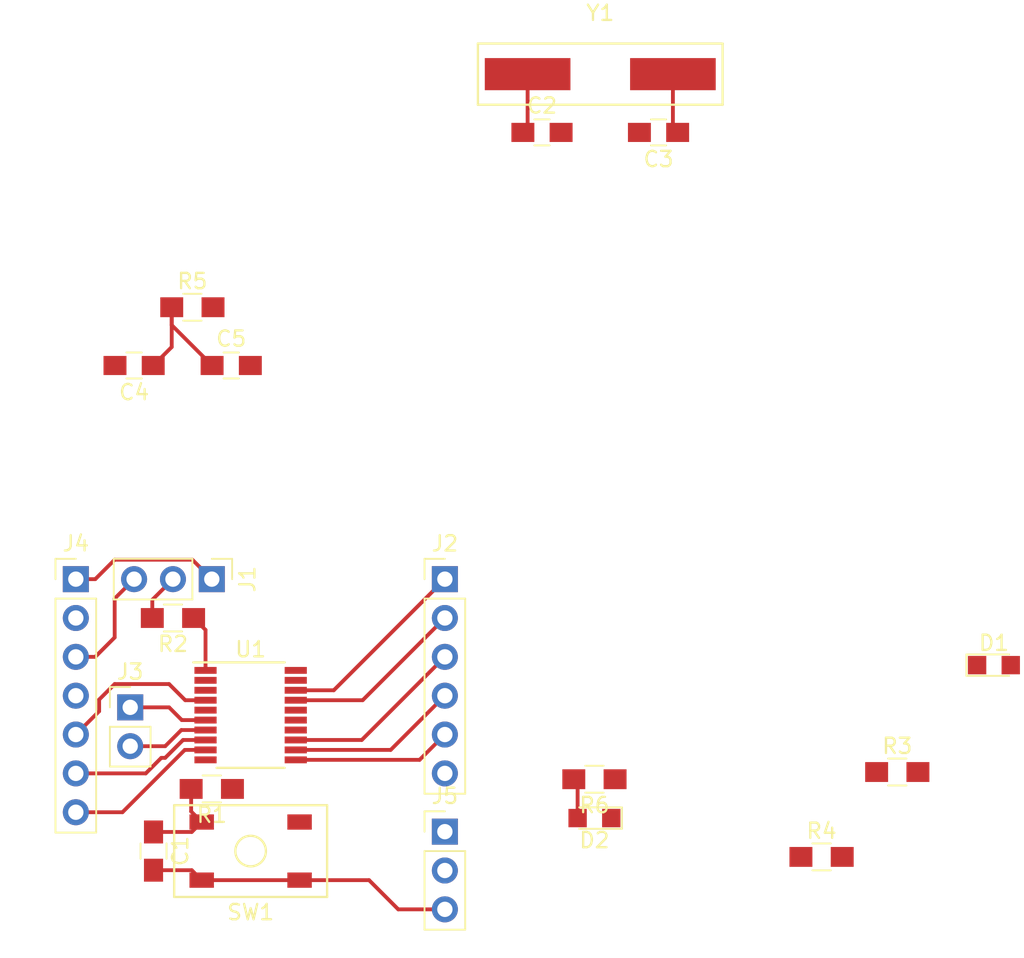
<source format=kicad_pcb>
(kicad_pcb (version 4) (host pcbnew 4.0.6)

  (general
    (links 48)
    (no_connects 24)
    (area 0 0 0 0)
    (thickness 1.6)
    (drawings 0)
    (tracks 62)
    (zones 0)
    (modules 21)
    (nets 26)
  )

  (page A4)
  (layers
    (0 F.Cu signal)
    (31 B.Cu signal)
    (32 B.Adhes user)
    (33 F.Adhes user)
    (34 B.Paste user)
    (35 F.Paste user)
    (36 B.SilkS user)
    (37 F.SilkS user)
    (38 B.Mask user)
    (39 F.Mask user)
    (40 Dwgs.User user)
    (41 Cmts.User user)
    (42 Eco1.User user)
    (43 Eco2.User user)
    (44 Edge.Cuts user)
    (45 Margin user)
    (46 B.CrtYd user)
    (47 F.CrtYd user)
    (48 B.Fab user)
    (49 F.Fab user)
  )

  (setup
    (last_trace_width 0.25)
    (trace_clearance 0.2)
    (zone_clearance 0.508)
    (zone_45_only no)
    (trace_min 0.2)
    (segment_width 0.2)
    (edge_width 0.15)
    (via_size 0.6)
    (via_drill 0.4)
    (via_min_size 0.4)
    (via_min_drill 0.3)
    (uvia_size 0.3)
    (uvia_drill 0.1)
    (uvias_allowed no)
    (uvia_min_size 0.2)
    (uvia_min_drill 0.1)
    (pcb_text_width 0.3)
    (pcb_text_size 1.5 1.5)
    (mod_edge_width 0.15)
    (mod_text_size 0.5 0.5)
    (mod_text_width 0.075)
    (pad_size 1.524 1.524)
    (pad_drill 0.762)
    (pad_to_mask_clearance 0.2)
    (aux_axis_origin 0 0)
    (visible_elements FFFFFF7F)
    (pcbplotparams
      (layerselection 0x00030_80000001)
      (usegerberextensions false)
      (excludeedgelayer true)
      (linewidth 0.100000)
      (plotframeref false)
      (viasonmask false)
      (mode 1)
      (useauxorigin false)
      (hpglpennumber 1)
      (hpglpenspeed 20)
      (hpglpendiameter 15)
      (hpglpenoverlay 2)
      (psnegative false)
      (psa4output false)
      (plotreference true)
      (plotvalue true)
      (plotinvisibletext false)
      (padsonsilk false)
      (subtractmaskfromsilk false)
      (outputformat 1)
      (mirror false)
      (drillshape 1)
      (scaleselection 1)
      (outputdirectory ""))
  )

  (net 0 "")
  (net 1 "Net-(C1-Pad1)")
  (net 2 GND)
  (net 3 "Net-(C2-Pad1)")
  (net 4 "Net-(C3-Pad1)")
  (net 5 +3V3)
  (net 6 "Net-(D1-Pad2)")
  (net 7 "Net-(D2-Pad2)")
  (net 8 "Net-(J1-Pad2)")
  (net 9 /PA4)
  (net 10 "Net-(J3-Pad1)")
  (net 11 "Net-(J3-Pad2)")
  (net 12 /SWCLK)
  (net 13 /SWDIO)
  (net 14 /NRST)
  (net 15 /TX)
  (net 16 /RX)
  (net 17 /IR_SIGNAL)
  (net 18 /BOOT0)
  (net 19 "Net-(R3-Pad1)")
  (net 20 "Net-(R5-Pad2)")
  (net 21 /PA10)
  (net 22 /PA9)
  (net 23 /PA7)
  (net 24 /PA6)
  (net 25 /PA5)

  (net_class Default "This is the default net class."
    (clearance 0.2)
    (trace_width 0.25)
    (via_dia 0.6)
    (via_drill 0.4)
    (uvia_dia 0.3)
    (uvia_drill 0.1)
    (add_net +3V3)
    (add_net /BOOT0)
    (add_net /IR_SIGNAL)
    (add_net /NRST)
    (add_net /PA10)
    (add_net /PA4)
    (add_net /PA5)
    (add_net /PA6)
    (add_net /PA7)
    (add_net /PA9)
    (add_net /RX)
    (add_net /SWCLK)
    (add_net /SWDIO)
    (add_net /TX)
    (add_net GND)
    (add_net "Net-(C1-Pad1)")
    (add_net "Net-(C2-Pad1)")
    (add_net "Net-(C3-Pad1)")
    (add_net "Net-(D1-Pad2)")
    (add_net "Net-(D2-Pad2)")
    (add_net "Net-(J1-Pad2)")
    (add_net "Net-(J3-Pad1)")
    (add_net "Net-(J3-Pad2)")
    (add_net "Net-(R3-Pad1)")
    (add_net "Net-(R5-Pad2)")
  )

  (module Capacitors_SMD:C_0805_HandSoldering (layer F.Cu) (tedit 58AA84A8) (tstamp 594F4C8C)
    (at 119.38 106.68 270)
    (descr "Capacitor SMD 0805, hand soldering")
    (tags "capacitor 0805")
    (path /592A4D64)
    (attr smd)
    (fp_text reference C1 (at 0 -1.75 270) (layer F.SilkS)
      (effects (font (size 1 1) (thickness 0.15)))
    )
    (fp_text value 100nF (at 0 1.75 270) (layer F.Fab)
      (effects (font (size 1 1) (thickness 0.15)))
    )
    (fp_text user %R (at 0 -1.75 270) (layer F.Fab)
      (effects (font (size 1 1) (thickness 0.15)))
    )
    (fp_line (start -1 0.62) (end -1 -0.62) (layer F.Fab) (width 0.1))
    (fp_line (start 1 0.62) (end -1 0.62) (layer F.Fab) (width 0.1))
    (fp_line (start 1 -0.62) (end 1 0.62) (layer F.Fab) (width 0.1))
    (fp_line (start -1 -0.62) (end 1 -0.62) (layer F.Fab) (width 0.1))
    (fp_line (start 0.5 -0.85) (end -0.5 -0.85) (layer F.SilkS) (width 0.12))
    (fp_line (start -0.5 0.85) (end 0.5 0.85) (layer F.SilkS) (width 0.12))
    (fp_line (start -2.25 -0.88) (end 2.25 -0.88) (layer F.CrtYd) (width 0.05))
    (fp_line (start -2.25 -0.88) (end -2.25 0.87) (layer F.CrtYd) (width 0.05))
    (fp_line (start 2.25 0.87) (end 2.25 -0.88) (layer F.CrtYd) (width 0.05))
    (fp_line (start 2.25 0.87) (end -2.25 0.87) (layer F.CrtYd) (width 0.05))
    (pad 1 smd rect (at -1.25 0 270) (size 1.5 1.25) (layers F.Cu F.Paste F.Mask)
      (net 1 "Net-(C1-Pad1)"))
    (pad 2 smd rect (at 1.25 0 270) (size 1.5 1.25) (layers F.Cu F.Paste F.Mask)
      (net 2 GND))
    (model Capacitors_SMD.3dshapes/C_0805.wrl
      (at (xyz 0 0 0))
      (scale (xyz 1 1 1))
      (rotate (xyz 0 0 0))
    )
  )

  (module Capacitors_SMD:C_0805_HandSoldering (layer F.Cu) (tedit 58AA84A8) (tstamp 594F4C92)
    (at 144.78 59.69)
    (descr "Capacitor SMD 0805, hand soldering")
    (tags "capacitor 0805")
    (path /59252063)
    (attr smd)
    (fp_text reference C2 (at 0 -1.75) (layer F.SilkS)
      (effects (font (size 1 1) (thickness 0.15)))
    )
    (fp_text value 20pF (at 0 1.75) (layer F.Fab)
      (effects (font (size 1 1) (thickness 0.15)))
    )
    (fp_text user %R (at 0 -1.75) (layer F.Fab)
      (effects (font (size 1 1) (thickness 0.15)))
    )
    (fp_line (start -1 0.62) (end -1 -0.62) (layer F.Fab) (width 0.1))
    (fp_line (start 1 0.62) (end -1 0.62) (layer F.Fab) (width 0.1))
    (fp_line (start 1 -0.62) (end 1 0.62) (layer F.Fab) (width 0.1))
    (fp_line (start -1 -0.62) (end 1 -0.62) (layer F.Fab) (width 0.1))
    (fp_line (start 0.5 -0.85) (end -0.5 -0.85) (layer F.SilkS) (width 0.12))
    (fp_line (start -0.5 0.85) (end 0.5 0.85) (layer F.SilkS) (width 0.12))
    (fp_line (start -2.25 -0.88) (end 2.25 -0.88) (layer F.CrtYd) (width 0.05))
    (fp_line (start -2.25 -0.88) (end -2.25 0.87) (layer F.CrtYd) (width 0.05))
    (fp_line (start 2.25 0.87) (end 2.25 -0.88) (layer F.CrtYd) (width 0.05))
    (fp_line (start 2.25 0.87) (end -2.25 0.87) (layer F.CrtYd) (width 0.05))
    (pad 1 smd rect (at -1.25 0) (size 1.5 1.25) (layers F.Cu F.Paste F.Mask)
      (net 3 "Net-(C2-Pad1)"))
    (pad 2 smd rect (at 1.25 0) (size 1.5 1.25) (layers F.Cu F.Paste F.Mask)
      (net 2 GND))
    (model Capacitors_SMD.3dshapes/C_0805.wrl
      (at (xyz 0 0 0))
      (scale (xyz 1 1 1))
      (rotate (xyz 0 0 0))
    )
  )

  (module Capacitors_SMD:C_0805_HandSoldering (layer F.Cu) (tedit 58AA84A8) (tstamp 594F4C98)
    (at 152.4 59.69 180)
    (descr "Capacitor SMD 0805, hand soldering")
    (tags "capacitor 0805")
    (path /592520BE)
    (attr smd)
    (fp_text reference C3 (at 0 -1.75 180) (layer F.SilkS)
      (effects (font (size 1 1) (thickness 0.15)))
    )
    (fp_text value 20pF (at 0 1.75 180) (layer F.Fab)
      (effects (font (size 1 1) (thickness 0.15)))
    )
    (fp_text user %R (at 0 -1.75 180) (layer F.Fab)
      (effects (font (size 1 1) (thickness 0.15)))
    )
    (fp_line (start -1 0.62) (end -1 -0.62) (layer F.Fab) (width 0.1))
    (fp_line (start 1 0.62) (end -1 0.62) (layer F.Fab) (width 0.1))
    (fp_line (start 1 -0.62) (end 1 0.62) (layer F.Fab) (width 0.1))
    (fp_line (start -1 -0.62) (end 1 -0.62) (layer F.Fab) (width 0.1))
    (fp_line (start 0.5 -0.85) (end -0.5 -0.85) (layer F.SilkS) (width 0.12))
    (fp_line (start -0.5 0.85) (end 0.5 0.85) (layer F.SilkS) (width 0.12))
    (fp_line (start -2.25 -0.88) (end 2.25 -0.88) (layer F.CrtYd) (width 0.05))
    (fp_line (start -2.25 -0.88) (end -2.25 0.87) (layer F.CrtYd) (width 0.05))
    (fp_line (start 2.25 0.87) (end 2.25 -0.88) (layer F.CrtYd) (width 0.05))
    (fp_line (start 2.25 0.87) (end -2.25 0.87) (layer F.CrtYd) (width 0.05))
    (pad 1 smd rect (at -1.25 0 180) (size 1.5 1.25) (layers F.Cu F.Paste F.Mask)
      (net 4 "Net-(C3-Pad1)"))
    (pad 2 smd rect (at 1.25 0 180) (size 1.5 1.25) (layers F.Cu F.Paste F.Mask)
      (net 2 GND))
    (model Capacitors_SMD.3dshapes/C_0805.wrl
      (at (xyz 0 0 0))
      (scale (xyz 1 1 1))
      (rotate (xyz 0 0 0))
    )
  )

  (module Capacitors_SMD:C_0805_HandSoldering (layer F.Cu) (tedit 58AA84A8) (tstamp 594F4C9E)
    (at 118.11 74.93 180)
    (descr "Capacitor SMD 0805, hand soldering")
    (tags "capacitor 0805")
    (path /5929A34D)
    (attr smd)
    (fp_text reference C4 (at 0 -1.75 180) (layer F.SilkS)
      (effects (font (size 1 1) (thickness 0.15)))
    )
    (fp_text value 1uF (at 0 1.75 180) (layer F.Fab)
      (effects (font (size 1 1) (thickness 0.15)))
    )
    (fp_text user %R (at 0 -1.75 180) (layer F.Fab)
      (effects (font (size 1 1) (thickness 0.15)))
    )
    (fp_line (start -1 0.62) (end -1 -0.62) (layer F.Fab) (width 0.1))
    (fp_line (start 1 0.62) (end -1 0.62) (layer F.Fab) (width 0.1))
    (fp_line (start 1 -0.62) (end 1 0.62) (layer F.Fab) (width 0.1))
    (fp_line (start -1 -0.62) (end 1 -0.62) (layer F.Fab) (width 0.1))
    (fp_line (start 0.5 -0.85) (end -0.5 -0.85) (layer F.SilkS) (width 0.12))
    (fp_line (start -0.5 0.85) (end 0.5 0.85) (layer F.SilkS) (width 0.12))
    (fp_line (start -2.25 -0.88) (end 2.25 -0.88) (layer F.CrtYd) (width 0.05))
    (fp_line (start -2.25 -0.88) (end -2.25 0.87) (layer F.CrtYd) (width 0.05))
    (fp_line (start 2.25 0.87) (end 2.25 -0.88) (layer F.CrtYd) (width 0.05))
    (fp_line (start 2.25 0.87) (end -2.25 0.87) (layer F.CrtYd) (width 0.05))
    (pad 1 smd rect (at -1.25 0 180) (size 1.5 1.25) (layers F.Cu F.Paste F.Mask)
      (net 5 +3V3))
    (pad 2 smd rect (at 1.25 0 180) (size 1.5 1.25) (layers F.Cu F.Paste F.Mask)
      (net 2 GND))
    (model Capacitors_SMD.3dshapes/C_0805.wrl
      (at (xyz 0 0 0))
      (scale (xyz 1 1 1))
      (rotate (xyz 0 0 0))
    )
  )

  (module Capacitors_SMD:C_0805_HandSoldering (layer F.Cu) (tedit 58AA84A8) (tstamp 594F4CA4)
    (at 124.46 74.93)
    (descr "Capacitor SMD 0805, hand soldering")
    (tags "capacitor 0805")
    (path /5929A23D)
    (attr smd)
    (fp_text reference C5 (at 0 -1.75) (layer F.SilkS)
      (effects (font (size 1 1) (thickness 0.15)))
    )
    (fp_text value 10nF (at 0 1.75) (layer F.Fab)
      (effects (font (size 1 1) (thickness 0.15)))
    )
    (fp_text user %R (at 0 -1.75) (layer F.Fab)
      (effects (font (size 1 1) (thickness 0.15)))
    )
    (fp_line (start -1 0.62) (end -1 -0.62) (layer F.Fab) (width 0.1))
    (fp_line (start 1 0.62) (end -1 0.62) (layer F.Fab) (width 0.1))
    (fp_line (start 1 -0.62) (end 1 0.62) (layer F.Fab) (width 0.1))
    (fp_line (start -1 -0.62) (end 1 -0.62) (layer F.Fab) (width 0.1))
    (fp_line (start 0.5 -0.85) (end -0.5 -0.85) (layer F.SilkS) (width 0.12))
    (fp_line (start -0.5 0.85) (end 0.5 0.85) (layer F.SilkS) (width 0.12))
    (fp_line (start -2.25 -0.88) (end 2.25 -0.88) (layer F.CrtYd) (width 0.05))
    (fp_line (start -2.25 -0.88) (end -2.25 0.87) (layer F.CrtYd) (width 0.05))
    (fp_line (start 2.25 0.87) (end 2.25 -0.88) (layer F.CrtYd) (width 0.05))
    (fp_line (start 2.25 0.87) (end -2.25 0.87) (layer F.CrtYd) (width 0.05))
    (pad 1 smd rect (at -1.25 0) (size 1.5 1.25) (layers F.Cu F.Paste F.Mask)
      (net 5 +3V3))
    (pad 2 smd rect (at 1.25 0) (size 1.5 1.25) (layers F.Cu F.Paste F.Mask)
      (net 2 GND))
    (model Capacitors_SMD.3dshapes/C_0805.wrl
      (at (xyz 0 0 0))
      (scale (xyz 1 1 1))
      (rotate (xyz 0 0 0))
    )
  )

  (module LEDs:LED_0805 (layer F.Cu) (tedit 57FE93EC) (tstamp 594F4CAA)
    (at 174.330201 94.5208)
    (descr "LED 0805 smd package")
    (tags "LED led 0805 SMD smd SMT smt smdled SMDLED smtled SMTLED")
    (path /594DDF53)
    (attr smd)
    (fp_text reference D1 (at 0 -1.45) (layer F.SilkS)
      (effects (font (size 1 1) (thickness 0.15)))
    )
    (fp_text value LED (at 0 1.55) (layer F.Fab)
      (effects (font (size 1 1) (thickness 0.15)))
    )
    (fp_line (start -1.8 -0.7) (end -1.8 0.7) (layer F.SilkS) (width 0.12))
    (fp_line (start -0.4 -0.4) (end -0.4 0.4) (layer F.Fab) (width 0.1))
    (fp_line (start -0.4 0) (end 0.2 -0.4) (layer F.Fab) (width 0.1))
    (fp_line (start 0.2 0.4) (end -0.4 0) (layer F.Fab) (width 0.1))
    (fp_line (start 0.2 -0.4) (end 0.2 0.4) (layer F.Fab) (width 0.1))
    (fp_line (start 1 0.6) (end -1 0.6) (layer F.Fab) (width 0.1))
    (fp_line (start 1 -0.6) (end 1 0.6) (layer F.Fab) (width 0.1))
    (fp_line (start -1 -0.6) (end 1 -0.6) (layer F.Fab) (width 0.1))
    (fp_line (start -1 0.6) (end -1 -0.6) (layer F.Fab) (width 0.1))
    (fp_line (start -1.8 0.7) (end 1 0.7) (layer F.SilkS) (width 0.12))
    (fp_line (start -1.8 -0.7) (end 1 -0.7) (layer F.SilkS) (width 0.12))
    (fp_line (start 1.95 -0.85) (end 1.95 0.85) (layer F.CrtYd) (width 0.05))
    (fp_line (start 1.95 0.85) (end -1.95 0.85) (layer F.CrtYd) (width 0.05))
    (fp_line (start -1.95 0.85) (end -1.95 -0.85) (layer F.CrtYd) (width 0.05))
    (fp_line (start -1.95 -0.85) (end 1.95 -0.85) (layer F.CrtYd) (width 0.05))
    (pad 2 smd rect (at 1.1 0 180) (size 1.2 1.2) (layers F.Cu F.Paste F.Mask)
      (net 6 "Net-(D1-Pad2)"))
    (pad 1 smd rect (at -1.1 0 180) (size 1.2 1.2) (layers F.Cu F.Paste F.Mask)
      (net 2 GND))
    (model LEDs.3dshapes/LED_0805.wrl
      (at (xyz 0 0 0))
      (scale (xyz 1 1 1))
      (rotate (xyz 0 0 180))
    )
  )

  (module LEDs:LED_0805 (layer F.Cu) (tedit 57FE93EC) (tstamp 594F4CB0)
    (at 148.209 104.521 180)
    (descr "LED 0805 smd package")
    (tags "LED led 0805 SMD smd SMT smt smdled SMDLED smtled SMTLED")
    (path /594E28B5)
    (attr smd)
    (fp_text reference D2 (at 0 -1.45 180) (layer F.SilkS)
      (effects (font (size 1 1) (thickness 0.15)))
    )
    (fp_text value LED (at 0 1.55 180) (layer F.Fab)
      (effects (font (size 1 1) (thickness 0.15)))
    )
    (fp_line (start -1.8 -0.7) (end -1.8 0.7) (layer F.SilkS) (width 0.12))
    (fp_line (start -0.4 -0.4) (end -0.4 0.4) (layer F.Fab) (width 0.1))
    (fp_line (start -0.4 0) (end 0.2 -0.4) (layer F.Fab) (width 0.1))
    (fp_line (start 0.2 0.4) (end -0.4 0) (layer F.Fab) (width 0.1))
    (fp_line (start 0.2 -0.4) (end 0.2 0.4) (layer F.Fab) (width 0.1))
    (fp_line (start 1 0.6) (end -1 0.6) (layer F.Fab) (width 0.1))
    (fp_line (start 1 -0.6) (end 1 0.6) (layer F.Fab) (width 0.1))
    (fp_line (start -1 -0.6) (end 1 -0.6) (layer F.Fab) (width 0.1))
    (fp_line (start -1 0.6) (end -1 -0.6) (layer F.Fab) (width 0.1))
    (fp_line (start -1.8 0.7) (end 1 0.7) (layer F.SilkS) (width 0.12))
    (fp_line (start -1.8 -0.7) (end 1 -0.7) (layer F.SilkS) (width 0.12))
    (fp_line (start 1.95 -0.85) (end 1.95 0.85) (layer F.CrtYd) (width 0.05))
    (fp_line (start 1.95 0.85) (end -1.95 0.85) (layer F.CrtYd) (width 0.05))
    (fp_line (start -1.95 0.85) (end -1.95 -0.85) (layer F.CrtYd) (width 0.05))
    (fp_line (start -1.95 -0.85) (end 1.95 -0.85) (layer F.CrtYd) (width 0.05))
    (pad 2 smd rect (at 1.1 0) (size 1.2 1.2) (layers F.Cu F.Paste F.Mask)
      (net 7 "Net-(D2-Pad2)"))
    (pad 1 smd rect (at -1.1 0) (size 1.2 1.2) (layers F.Cu F.Paste F.Mask)
      (net 2 GND))
    (model LEDs.3dshapes/LED_0805.wrl
      (at (xyz 0 0 0))
      (scale (xyz 1 1 1))
      (rotate (xyz 0 0 180))
    )
  )

  (module Pin_Headers:Pin_Header_Straight_1x03_Pitch2.54mm (layer F.Cu) (tedit 58CD4EC1) (tstamp 594F4CB7)
    (at 123.19 88.9 270)
    (descr "Through hole straight pin header, 1x03, 2.54mm pitch, single row")
    (tags "Through hole pin header THT 1x03 2.54mm single row")
    (path /592A5A04)
    (fp_text reference J1 (at 0 -2.33 270) (layer F.SilkS)
      (effects (font (size 1 1) (thickness 0.15)))
    )
    (fp_text value CONN_01X03_MALE (at 0 7.41 270) (layer F.Fab)
      (effects (font (size 1 1) (thickness 0.15)))
    )
    (fp_line (start -1.27 -1.27) (end -1.27 6.35) (layer F.Fab) (width 0.1))
    (fp_line (start -1.27 6.35) (end 1.27 6.35) (layer F.Fab) (width 0.1))
    (fp_line (start 1.27 6.35) (end 1.27 -1.27) (layer F.Fab) (width 0.1))
    (fp_line (start 1.27 -1.27) (end -1.27 -1.27) (layer F.Fab) (width 0.1))
    (fp_line (start -1.33 1.27) (end -1.33 6.41) (layer F.SilkS) (width 0.12))
    (fp_line (start -1.33 6.41) (end 1.33 6.41) (layer F.SilkS) (width 0.12))
    (fp_line (start 1.33 6.41) (end 1.33 1.27) (layer F.SilkS) (width 0.12))
    (fp_line (start 1.33 1.27) (end -1.33 1.27) (layer F.SilkS) (width 0.12))
    (fp_line (start -1.33 0) (end -1.33 -1.33) (layer F.SilkS) (width 0.12))
    (fp_line (start -1.33 -1.33) (end 0 -1.33) (layer F.SilkS) (width 0.12))
    (fp_line (start -1.8 -1.8) (end -1.8 6.85) (layer F.CrtYd) (width 0.05))
    (fp_line (start -1.8 6.85) (end 1.8 6.85) (layer F.CrtYd) (width 0.05))
    (fp_line (start 1.8 6.85) (end 1.8 -1.8) (layer F.CrtYd) (width 0.05))
    (fp_line (start 1.8 -1.8) (end -1.8 -1.8) (layer F.CrtYd) (width 0.05))
    (fp_text user %R (at 0 -2.33 270) (layer F.Fab)
      (effects (font (size 1 1) (thickness 0.15)))
    )
    (pad 1 thru_hole rect (at 0 0 270) (size 1.7 1.7) (drill 1) (layers *.Cu *.Mask)
      (net 5 +3V3))
    (pad 2 thru_hole oval (at 0 2.54 270) (size 1.7 1.7) (drill 1) (layers *.Cu *.Mask)
      (net 8 "Net-(J1-Pad2)"))
    (pad 3 thru_hole oval (at 0 5.08 270) (size 1.7 1.7) (drill 1) (layers *.Cu *.Mask)
      (net 2 GND))
    (model ${KISYS3DMOD}/Pin_Headers.3dshapes/Pin_Header_Straight_1x03_Pitch2.54mm.wrl
      (at (xyz 0 -0.1 0))
      (scale (xyz 1 1 1))
      (rotate (xyz 0 0 90))
    )
  )

  (module Pin_Headers:Pin_Header_Straight_1x06_Pitch2.54mm (layer F.Cu) (tedit 58CD4EC1) (tstamp 594F4CC1)
    (at 138.43 88.9)
    (descr "Through hole straight pin header, 1x06, 2.54mm pitch, single row")
    (tags "Through hole pin header THT 1x06 2.54mm single row")
    (path /592BABFC)
    (fp_text reference J2 (at 0 -2.33) (layer F.SilkS)
      (effects (font (size 1 1) (thickness 0.15)))
    )
    (fp_text value CONN_01X06 (at 0 15.03) (layer F.Fab)
      (effects (font (size 1 1) (thickness 0.15)))
    )
    (fp_line (start -1.27 -1.27) (end -1.27 13.97) (layer F.Fab) (width 0.1))
    (fp_line (start -1.27 13.97) (end 1.27 13.97) (layer F.Fab) (width 0.1))
    (fp_line (start 1.27 13.97) (end 1.27 -1.27) (layer F.Fab) (width 0.1))
    (fp_line (start 1.27 -1.27) (end -1.27 -1.27) (layer F.Fab) (width 0.1))
    (fp_line (start -1.33 1.27) (end -1.33 14.03) (layer F.SilkS) (width 0.12))
    (fp_line (start -1.33 14.03) (end 1.33 14.03) (layer F.SilkS) (width 0.12))
    (fp_line (start 1.33 14.03) (end 1.33 1.27) (layer F.SilkS) (width 0.12))
    (fp_line (start 1.33 1.27) (end -1.33 1.27) (layer F.SilkS) (width 0.12))
    (fp_line (start -1.33 0) (end -1.33 -1.33) (layer F.SilkS) (width 0.12))
    (fp_line (start -1.33 -1.33) (end 0 -1.33) (layer F.SilkS) (width 0.12))
    (fp_line (start -1.8 -1.8) (end -1.8 14.5) (layer F.CrtYd) (width 0.05))
    (fp_line (start -1.8 14.5) (end 1.8 14.5) (layer F.CrtYd) (width 0.05))
    (fp_line (start 1.8 14.5) (end 1.8 -1.8) (layer F.CrtYd) (width 0.05))
    (fp_line (start 1.8 -1.8) (end -1.8 -1.8) (layer F.CrtYd) (width 0.05))
    (fp_text user %R (at 0 -2.33) (layer F.Fab)
      (effects (font (size 1 1) (thickness 0.15)))
    )
    (pad 1 thru_hole rect (at 0 0) (size 1.7 1.7) (drill 1) (layers *.Cu *.Mask)
      (net 21 /PA10))
    (pad 2 thru_hole oval (at 0 2.54) (size 1.7 1.7) (drill 1) (layers *.Cu *.Mask)
      (net 22 /PA9))
    (pad 3 thru_hole oval (at 0 5.08) (size 1.7 1.7) (drill 1) (layers *.Cu *.Mask)
      (net 23 /PA7))
    (pad 4 thru_hole oval (at 0 7.62) (size 1.7 1.7) (drill 1) (layers *.Cu *.Mask)
      (net 24 /PA6))
    (pad 5 thru_hole oval (at 0 10.16) (size 1.7 1.7) (drill 1) (layers *.Cu *.Mask)
      (net 25 /PA5))
    (pad 6 thru_hole oval (at 0 12.7) (size 1.7 1.7) (drill 1) (layers *.Cu *.Mask)
      (net 9 /PA4))
    (model ${KISYS3DMOD}/Pin_Headers.3dshapes/Pin_Header_Straight_1x06_Pitch2.54mm.wrl
      (at (xyz 0 -0.25 0))
      (scale (xyz 1 1 1))
      (rotate (xyz 0 0 90))
    )
  )

  (module Pin_Headers:Pin_Header_Straight_1x02_Pitch2.54mm (layer F.Cu) (tedit 58CD4EC1) (tstamp 594F4CC7)
    (at 117.856 97.282)
    (descr "Through hole straight pin header, 1x02, 2.54mm pitch, single row")
    (tags "Through hole pin header THT 1x02 2.54mm single row")
    (path /594DF673)
    (fp_text reference J3 (at 0 -2.33) (layer F.SilkS)
      (effects (font (size 1 1) (thickness 0.15)))
    )
    (fp_text value CONN_01X02 (at 0 4.87) (layer F.Fab)
      (effects (font (size 1 1) (thickness 0.15)))
    )
    (fp_line (start -1.27 -1.27) (end -1.27 3.81) (layer F.Fab) (width 0.1))
    (fp_line (start -1.27 3.81) (end 1.27 3.81) (layer F.Fab) (width 0.1))
    (fp_line (start 1.27 3.81) (end 1.27 -1.27) (layer F.Fab) (width 0.1))
    (fp_line (start 1.27 -1.27) (end -1.27 -1.27) (layer F.Fab) (width 0.1))
    (fp_line (start -1.33 1.27) (end -1.33 3.87) (layer F.SilkS) (width 0.12))
    (fp_line (start -1.33 3.87) (end 1.33 3.87) (layer F.SilkS) (width 0.12))
    (fp_line (start 1.33 3.87) (end 1.33 1.27) (layer F.SilkS) (width 0.12))
    (fp_line (start 1.33 1.27) (end -1.33 1.27) (layer F.SilkS) (width 0.12))
    (fp_line (start -1.33 0) (end -1.33 -1.33) (layer F.SilkS) (width 0.12))
    (fp_line (start -1.33 -1.33) (end 0 -1.33) (layer F.SilkS) (width 0.12))
    (fp_line (start -1.8 -1.8) (end -1.8 4.35) (layer F.CrtYd) (width 0.05))
    (fp_line (start -1.8 4.35) (end 1.8 4.35) (layer F.CrtYd) (width 0.05))
    (fp_line (start 1.8 4.35) (end 1.8 -1.8) (layer F.CrtYd) (width 0.05))
    (fp_line (start 1.8 -1.8) (end -1.8 -1.8) (layer F.CrtYd) (width 0.05))
    (fp_text user %R (at 0 -2.33) (layer F.Fab)
      (effects (font (size 1 1) (thickness 0.15)))
    )
    (pad 1 thru_hole rect (at 0 0) (size 1.7 1.7) (drill 1) (layers *.Cu *.Mask)
      (net 10 "Net-(J3-Pad1)"))
    (pad 2 thru_hole oval (at 0 2.54) (size 1.7 1.7) (drill 1) (layers *.Cu *.Mask)
      (net 11 "Net-(J3-Pad2)"))
    (model ${KISYS3DMOD}/Pin_Headers.3dshapes/Pin_Header_Straight_1x02_Pitch2.54mm.wrl
      (at (xyz 0 -0.05 0))
      (scale (xyz 1 1 1))
      (rotate (xyz 0 0 90))
    )
  )

  (module Pin_Headers:Pin_Header_Straight_1x07_Pitch2.54mm (layer F.Cu) (tedit 58CD4EC1) (tstamp 594F4CD2)
    (at 114.3 88.9)
    (descr "Through hole straight pin header, 1x07, 2.54mm pitch, single row")
    (tags "Through hole pin header THT 1x07 2.54mm single row")
    (path /592A6D68)
    (fp_text reference J4 (at 0 -2.33) (layer F.SilkS)
      (effects (font (size 1 1) (thickness 0.15)))
    )
    (fp_text value CONN_01X07 (at 0 17.57) (layer F.Fab)
      (effects (font (size 1 1) (thickness 0.15)))
    )
    (fp_line (start -1.27 -1.27) (end -1.27 16.51) (layer F.Fab) (width 0.1))
    (fp_line (start -1.27 16.51) (end 1.27 16.51) (layer F.Fab) (width 0.1))
    (fp_line (start 1.27 16.51) (end 1.27 -1.27) (layer F.Fab) (width 0.1))
    (fp_line (start 1.27 -1.27) (end -1.27 -1.27) (layer F.Fab) (width 0.1))
    (fp_line (start -1.33 1.27) (end -1.33 16.57) (layer F.SilkS) (width 0.12))
    (fp_line (start -1.33 16.57) (end 1.33 16.57) (layer F.SilkS) (width 0.12))
    (fp_line (start 1.33 16.57) (end 1.33 1.27) (layer F.SilkS) (width 0.12))
    (fp_line (start 1.33 1.27) (end -1.33 1.27) (layer F.SilkS) (width 0.12))
    (fp_line (start -1.33 0) (end -1.33 -1.33) (layer F.SilkS) (width 0.12))
    (fp_line (start -1.33 -1.33) (end 0 -1.33) (layer F.SilkS) (width 0.12))
    (fp_line (start -1.8 -1.8) (end -1.8 17.05) (layer F.CrtYd) (width 0.05))
    (fp_line (start -1.8 17.05) (end 1.8 17.05) (layer F.CrtYd) (width 0.05))
    (fp_line (start 1.8 17.05) (end 1.8 -1.8) (layer F.CrtYd) (width 0.05))
    (fp_line (start 1.8 -1.8) (end -1.8 -1.8) (layer F.CrtYd) (width 0.05))
    (fp_text user %R (at 0 -2.33) (layer F.Fab)
      (effects (font (size 1 1) (thickness 0.15)))
    )
    (pad 1 thru_hole rect (at 0 0) (size 1.7 1.7) (drill 1) (layers *.Cu *.Mask)
      (net 5 +3V3))
    (pad 2 thru_hole oval (at 0 2.54) (size 1.7 1.7) (drill 1) (layers *.Cu *.Mask)
      (net 12 /SWCLK))
    (pad 3 thru_hole oval (at 0 5.08) (size 1.7 1.7) (drill 1) (layers *.Cu *.Mask)
      (net 2 GND))
    (pad 4 thru_hole oval (at 0 7.62) (size 1.7 1.7) (drill 1) (layers *.Cu *.Mask)
      (net 13 /SWDIO))
    (pad 5 thru_hole oval (at 0 10.16) (size 1.7 1.7) (drill 1) (layers *.Cu *.Mask)
      (net 14 /NRST))
    (pad 6 thru_hole oval (at 0 12.7) (size 1.7 1.7) (drill 1) (layers *.Cu *.Mask)
      (net 15 /TX))
    (pad 7 thru_hole oval (at 0 15.24) (size 1.7 1.7) (drill 1) (layers *.Cu *.Mask)
      (net 16 /RX))
    (model ${KISYS3DMOD}/Pin_Headers.3dshapes/Pin_Header_Straight_1x07_Pitch2.54mm.wrl
      (at (xyz 0 -0.3 0))
      (scale (xyz 1 1 1))
      (rotate (xyz 0 0 90))
    )
  )

  (module Pin_Headers:Pin_Header_Straight_1x03_Pitch2.54mm (layer F.Cu) (tedit 58CD4EC1) (tstamp 594F4CD9)
    (at 138.43 105.41)
    (descr "Through hole straight pin header, 1x03, 2.54mm pitch, single row")
    (tags "Through hole pin header THT 1x03 2.54mm single row")
    (path /59299BA5)
    (fp_text reference J5 (at 0 -2.33) (layer F.SilkS)
      (effects (font (size 1 1) (thickness 0.15)))
    )
    (fp_text value CONN_01X03_MALE (at 0 7.41) (layer F.Fab)
      (effects (font (size 1 1) (thickness 0.15)))
    )
    (fp_line (start -1.27 -1.27) (end -1.27 6.35) (layer F.Fab) (width 0.1))
    (fp_line (start -1.27 6.35) (end 1.27 6.35) (layer F.Fab) (width 0.1))
    (fp_line (start 1.27 6.35) (end 1.27 -1.27) (layer F.Fab) (width 0.1))
    (fp_line (start 1.27 -1.27) (end -1.27 -1.27) (layer F.Fab) (width 0.1))
    (fp_line (start -1.33 1.27) (end -1.33 6.41) (layer F.SilkS) (width 0.12))
    (fp_line (start -1.33 6.41) (end 1.33 6.41) (layer F.SilkS) (width 0.12))
    (fp_line (start 1.33 6.41) (end 1.33 1.27) (layer F.SilkS) (width 0.12))
    (fp_line (start 1.33 1.27) (end -1.33 1.27) (layer F.SilkS) (width 0.12))
    (fp_line (start -1.33 0) (end -1.33 -1.33) (layer F.SilkS) (width 0.12))
    (fp_line (start -1.33 -1.33) (end 0 -1.33) (layer F.SilkS) (width 0.12))
    (fp_line (start -1.8 -1.8) (end -1.8 6.85) (layer F.CrtYd) (width 0.05))
    (fp_line (start -1.8 6.85) (end 1.8 6.85) (layer F.CrtYd) (width 0.05))
    (fp_line (start 1.8 6.85) (end 1.8 -1.8) (layer F.CrtYd) (width 0.05))
    (fp_line (start 1.8 -1.8) (end -1.8 -1.8) (layer F.CrtYd) (width 0.05))
    (fp_text user %R (at 0 -2.33) (layer F.Fab)
      (effects (font (size 1 1) (thickness 0.15)))
    )
    (pad 1 thru_hole rect (at 0 0) (size 1.7 1.7) (drill 1) (layers *.Cu *.Mask)
      (net 5 +3V3))
    (pad 2 thru_hole oval (at 0 2.54) (size 1.7 1.7) (drill 1) (layers *.Cu *.Mask)
      (net 17 /IR_SIGNAL))
    (pad 3 thru_hole oval (at 0 5.08) (size 1.7 1.7) (drill 1) (layers *.Cu *.Mask)
      (net 2 GND))
    (model ${KISYS3DMOD}/Pin_Headers.3dshapes/Pin_Header_Straight_1x03_Pitch2.54mm.wrl
      (at (xyz 0 -0.1 0))
      (scale (xyz 1 1 1))
      (rotate (xyz 0 0 90))
    )
  )

  (module Resistors_SMD:R_0805_HandSoldering (layer F.Cu) (tedit 58E0A804) (tstamp 594F4CDF)
    (at 123.19 102.616 180)
    (descr "Resistor SMD 0805, hand soldering")
    (tags "resistor 0805")
    (path /594E20A6)
    (attr smd)
    (fp_text reference R1 (at 0 -1.7 180) (layer F.SilkS)
      (effects (font (size 1 1) (thickness 0.15)))
    )
    (fp_text value 1K (at 0 1.75 180) (layer F.Fab)
      (effects (font (size 1 1) (thickness 0.15)))
    )
    (fp_text user %R (at 0 0 180) (layer F.Fab)
      (effects (font (size 0.5 0.5) (thickness 0.075)))
    )
    (fp_line (start -1 0.62) (end -1 -0.62) (layer F.Fab) (width 0.1))
    (fp_line (start 1 0.62) (end -1 0.62) (layer F.Fab) (width 0.1))
    (fp_line (start 1 -0.62) (end 1 0.62) (layer F.Fab) (width 0.1))
    (fp_line (start -1 -0.62) (end 1 -0.62) (layer F.Fab) (width 0.1))
    (fp_line (start 0.6 0.88) (end -0.6 0.88) (layer F.SilkS) (width 0.12))
    (fp_line (start -0.6 -0.88) (end 0.6 -0.88) (layer F.SilkS) (width 0.12))
    (fp_line (start -2.35 -0.9) (end 2.35 -0.9) (layer F.CrtYd) (width 0.05))
    (fp_line (start -2.35 -0.9) (end -2.35 0.9) (layer F.CrtYd) (width 0.05))
    (fp_line (start 2.35 0.9) (end 2.35 -0.9) (layer F.CrtYd) (width 0.05))
    (fp_line (start 2.35 0.9) (end -2.35 0.9) (layer F.CrtYd) (width 0.05))
    (pad 1 smd rect (at -1.35 0 180) (size 1.5 1.3) (layers F.Cu F.Paste F.Mask)
      (net 5 +3V3))
    (pad 2 smd rect (at 1.35 0 180) (size 1.5 1.3) (layers F.Cu F.Paste F.Mask)
      (net 1 "Net-(C1-Pad1)"))
    (model ${KISYS3DMOD}/Resistors_SMD.3dshapes/R_0805.wrl
      (at (xyz 0 0 0))
      (scale (xyz 1 1 1))
      (rotate (xyz 0 0 0))
    )
  )

  (module Resistors_SMD:R_0805_HandSoldering (layer F.Cu) (tedit 58E0A804) (tstamp 594F4CE5)
    (at 120.65 91.44 180)
    (descr "Resistor SMD 0805, hand soldering")
    (tags "resistor 0805")
    (path /592A4FC2)
    (attr smd)
    (fp_text reference R2 (at 0 -1.7 180) (layer F.SilkS)
      (effects (font (size 1 1) (thickness 0.15)))
    )
    (fp_text value 10K (at 0 1.75 180) (layer F.Fab)
      (effects (font (size 1 1) (thickness 0.15)))
    )
    (fp_text user %R (at 0 0 180) (layer F.Fab)
      (effects (font (size 0.5 0.5) (thickness 0.075)))
    )
    (fp_line (start -1 0.62) (end -1 -0.62) (layer F.Fab) (width 0.1))
    (fp_line (start 1 0.62) (end -1 0.62) (layer F.Fab) (width 0.1))
    (fp_line (start 1 -0.62) (end 1 0.62) (layer F.Fab) (width 0.1))
    (fp_line (start -1 -0.62) (end 1 -0.62) (layer F.Fab) (width 0.1))
    (fp_line (start 0.6 0.88) (end -0.6 0.88) (layer F.SilkS) (width 0.12))
    (fp_line (start -0.6 -0.88) (end 0.6 -0.88) (layer F.SilkS) (width 0.12))
    (fp_line (start -2.35 -0.9) (end 2.35 -0.9) (layer F.CrtYd) (width 0.05))
    (fp_line (start -2.35 -0.9) (end -2.35 0.9) (layer F.CrtYd) (width 0.05))
    (fp_line (start 2.35 0.9) (end 2.35 -0.9) (layer F.CrtYd) (width 0.05))
    (fp_line (start 2.35 0.9) (end -2.35 0.9) (layer F.CrtYd) (width 0.05))
    (pad 1 smd rect (at -1.35 0 180) (size 1.5 1.3) (layers F.Cu F.Paste F.Mask)
      (net 18 /BOOT0))
    (pad 2 smd rect (at 1.35 0 180) (size 1.5 1.3) (layers F.Cu F.Paste F.Mask)
      (net 8 "Net-(J1-Pad2)"))
    (model ${KISYS3DMOD}/Resistors_SMD.3dshapes/R_0805.wrl
      (at (xyz 0 0 0))
      (scale (xyz 1 1 1))
      (rotate (xyz 0 0 0))
    )
  )

  (module Resistors_SMD:R_0805_HandSoldering (layer F.Cu) (tedit 58E0A804) (tstamp 594F4CEB)
    (at 168.010201 101.5108)
    (descr "Resistor SMD 0805, hand soldering")
    (tags "resistor 0805")
    (path /5929A77F)
    (attr smd)
    (fp_text reference R3 (at 0 -1.7) (layer F.SilkS)
      (effects (font (size 1 1) (thickness 0.15)))
    )
    (fp_text value 390 (at 0 1.75) (layer F.Fab)
      (effects (font (size 1 1) (thickness 0.15)))
    )
    (fp_text user %R (at 0 0) (layer F.Fab)
      (effects (font (size 0.5 0.5) (thickness 0.075)))
    )
    (fp_line (start -1 0.62) (end -1 -0.62) (layer F.Fab) (width 0.1))
    (fp_line (start 1 0.62) (end -1 0.62) (layer F.Fab) (width 0.1))
    (fp_line (start 1 -0.62) (end 1 0.62) (layer F.Fab) (width 0.1))
    (fp_line (start -1 -0.62) (end 1 -0.62) (layer F.Fab) (width 0.1))
    (fp_line (start 0.6 0.88) (end -0.6 0.88) (layer F.SilkS) (width 0.12))
    (fp_line (start -0.6 -0.88) (end 0.6 -0.88) (layer F.SilkS) (width 0.12))
    (fp_line (start -2.35 -0.9) (end 2.35 -0.9) (layer F.CrtYd) (width 0.05))
    (fp_line (start -2.35 -0.9) (end -2.35 0.9) (layer F.CrtYd) (width 0.05))
    (fp_line (start 2.35 0.9) (end 2.35 -0.9) (layer F.CrtYd) (width 0.05))
    (fp_line (start 2.35 0.9) (end -2.35 0.9) (layer F.CrtYd) (width 0.05))
    (pad 1 smd rect (at -1.35 0) (size 1.5 1.3) (layers F.Cu F.Paste F.Mask)
      (net 19 "Net-(R3-Pad1)"))
    (pad 2 smd rect (at 1.35 0) (size 1.5 1.3) (layers F.Cu F.Paste F.Mask)
      (net 4 "Net-(C3-Pad1)"))
    (model ${KISYS3DMOD}/Resistors_SMD.3dshapes/R_0805.wrl
      (at (xyz 0 0 0))
      (scale (xyz 1 1 1))
      (rotate (xyz 0 0 0))
    )
  )

  (module Resistors_SMD:R_0805_HandSoldering (layer F.Cu) (tedit 58E0A804) (tstamp 594F4CF1)
    (at 163.060201 107.0608)
    (descr "Resistor SMD 0805, hand soldering")
    (tags "resistor 0805")
    (path /594DDEF4)
    (attr smd)
    (fp_text reference R4 (at 0 -1.7) (layer F.SilkS)
      (effects (font (size 1 1) (thickness 0.15)))
    )
    (fp_text value 1K (at 0 1.75) (layer F.Fab)
      (effects (font (size 1 1) (thickness 0.15)))
    )
    (fp_text user %R (at 0 0) (layer F.Fab)
      (effects (font (size 0.5 0.5) (thickness 0.075)))
    )
    (fp_line (start -1 0.62) (end -1 -0.62) (layer F.Fab) (width 0.1))
    (fp_line (start 1 0.62) (end -1 0.62) (layer F.Fab) (width 0.1))
    (fp_line (start 1 -0.62) (end 1 0.62) (layer F.Fab) (width 0.1))
    (fp_line (start -1 -0.62) (end 1 -0.62) (layer F.Fab) (width 0.1))
    (fp_line (start 0.6 0.88) (end -0.6 0.88) (layer F.SilkS) (width 0.12))
    (fp_line (start -0.6 -0.88) (end 0.6 -0.88) (layer F.SilkS) (width 0.12))
    (fp_line (start -2.35 -0.9) (end 2.35 -0.9) (layer F.CrtYd) (width 0.05))
    (fp_line (start -2.35 -0.9) (end -2.35 0.9) (layer F.CrtYd) (width 0.05))
    (fp_line (start 2.35 0.9) (end 2.35 -0.9) (layer F.CrtYd) (width 0.05))
    (fp_line (start 2.35 0.9) (end -2.35 0.9) (layer F.CrtYd) (width 0.05))
    (pad 1 smd rect (at -1.35 0) (size 1.5 1.3) (layers F.Cu F.Paste F.Mask)
      (net 6 "Net-(D1-Pad2)"))
    (pad 2 smd rect (at 1.35 0) (size 1.5 1.3) (layers F.Cu F.Paste F.Mask)
      (net 5 +3V3))
    (model ${KISYS3DMOD}/Resistors_SMD.3dshapes/R_0805.wrl
      (at (xyz 0 0 0))
      (scale (xyz 1 1 1))
      (rotate (xyz 0 0 0))
    )
  )

  (module Resistors_SMD:R_0805_HandSoldering (layer F.Cu) (tedit 58E0A804) (tstamp 594F4CF7)
    (at 121.92 71.12)
    (descr "Resistor SMD 0805, hand soldering")
    (tags "resistor 0805")
    (path /594E146B)
    (attr smd)
    (fp_text reference R5 (at 0 -1.7) (layer F.SilkS)
      (effects (font (size 1 1) (thickness 0.15)))
    )
    (fp_text value 0 (at 0 1.75) (layer F.Fab)
      (effects (font (size 1 1) (thickness 0.15)))
    )
    (fp_text user %R (at 0 0) (layer F.Fab)
      (effects (font (size 0.5 0.5) (thickness 0.075)))
    )
    (fp_line (start -1 0.62) (end -1 -0.62) (layer F.Fab) (width 0.1))
    (fp_line (start 1 0.62) (end -1 0.62) (layer F.Fab) (width 0.1))
    (fp_line (start 1 -0.62) (end 1 0.62) (layer F.Fab) (width 0.1))
    (fp_line (start -1 -0.62) (end 1 -0.62) (layer F.Fab) (width 0.1))
    (fp_line (start 0.6 0.88) (end -0.6 0.88) (layer F.SilkS) (width 0.12))
    (fp_line (start -0.6 -0.88) (end 0.6 -0.88) (layer F.SilkS) (width 0.12))
    (fp_line (start -2.35 -0.9) (end 2.35 -0.9) (layer F.CrtYd) (width 0.05))
    (fp_line (start -2.35 -0.9) (end -2.35 0.9) (layer F.CrtYd) (width 0.05))
    (fp_line (start 2.35 0.9) (end 2.35 -0.9) (layer F.CrtYd) (width 0.05))
    (fp_line (start 2.35 0.9) (end -2.35 0.9) (layer F.CrtYd) (width 0.05))
    (pad 1 smd rect (at -1.35 0) (size 1.5 1.3) (layers F.Cu F.Paste F.Mask)
      (net 5 +3V3))
    (pad 2 smd rect (at 1.35 0) (size 1.5 1.3) (layers F.Cu F.Paste F.Mask)
      (net 20 "Net-(R5-Pad2)"))
    (model ${KISYS3DMOD}/Resistors_SMD.3dshapes/R_0805.wrl
      (at (xyz 0 0 0))
      (scale (xyz 1 1 1))
      (rotate (xyz 0 0 0))
    )
  )

  (module Resistors_SMD:R_0805_HandSoldering (layer F.Cu) (tedit 58E0A804) (tstamp 594F4CFD)
    (at 148.209 101.981 180)
    (descr "Resistor SMD 0805, hand soldering")
    (tags "resistor 0805")
    (path /594E286C)
    (attr smd)
    (fp_text reference R6 (at 0 -1.7 180) (layer F.SilkS)
      (effects (font (size 1 1) (thickness 0.15)))
    )
    (fp_text value 1K (at 0 1.75 180) (layer F.Fab)
      (effects (font (size 1 1) (thickness 0.15)))
    )
    (fp_text user %R (at 0 0 180) (layer F.Fab)
      (effects (font (size 0.5 0.5) (thickness 0.075)))
    )
    (fp_line (start -1 0.62) (end -1 -0.62) (layer F.Fab) (width 0.1))
    (fp_line (start 1 0.62) (end -1 0.62) (layer F.Fab) (width 0.1))
    (fp_line (start 1 -0.62) (end 1 0.62) (layer F.Fab) (width 0.1))
    (fp_line (start -1 -0.62) (end 1 -0.62) (layer F.Fab) (width 0.1))
    (fp_line (start 0.6 0.88) (end -0.6 0.88) (layer F.SilkS) (width 0.12))
    (fp_line (start -0.6 -0.88) (end 0.6 -0.88) (layer F.SilkS) (width 0.12))
    (fp_line (start -2.35 -0.9) (end 2.35 -0.9) (layer F.CrtYd) (width 0.05))
    (fp_line (start -2.35 -0.9) (end -2.35 0.9) (layer F.CrtYd) (width 0.05))
    (fp_line (start 2.35 0.9) (end 2.35 -0.9) (layer F.CrtYd) (width 0.05))
    (fp_line (start 2.35 0.9) (end -2.35 0.9) (layer F.CrtYd) (width 0.05))
    (pad 1 smd rect (at -1.35 0 180) (size 1.5 1.3) (layers F.Cu F.Paste F.Mask)
      (net 9 /PA4))
    (pad 2 smd rect (at 1.35 0 180) (size 1.5 1.3) (layers F.Cu F.Paste F.Mask)
      (net 7 "Net-(D2-Pad2)"))
    (model ${KISYS3DMOD}/Resistors_SMD.3dshapes/R_0805.wrl
      (at (xyz 0 0 0))
      (scale (xyz 1 1 1))
      (rotate (xyz 0 0 0))
    )
  )

  (module Switches:PTS525_SM15_SMTR2_LFS (layer F.Cu) (tedit 594F2E9D) (tstamp 594F4D05)
    (at 125.73 106.68)
    (path /592A4BF6)
    (fp_text reference SW1 (at 0 4) (layer F.SilkS)
      (effects (font (size 1 1) (thickness 0.15)))
    )
    (fp_text value PTS525-SM15 (at 0 -4) (layer F.Fab)
      (effects (font (size 0.5 0.5) (thickness 0.075)))
    )
    (fp_circle (center 0 0) (end 1 0) (layer F.SilkS) (width 0.15))
    (fp_line (start -5 -3) (end 5 -3) (layer F.SilkS) (width 0.15))
    (fp_line (start 5 -3) (end 5 3) (layer F.SilkS) (width 0.15))
    (fp_line (start 5 3) (end -5 3) (layer F.SilkS) (width 0.15))
    (fp_line (start -5 3) (end -5 -3) (layer F.SilkS) (width 0.15))
    (pad 1 smd rect (at -3.2 -1.9) (size 1.6 1) (layers F.Cu F.Paste F.Mask)
      (net 1 "Net-(C1-Pad1)"))
    (pad 2 smd rect (at 3.2 -1.9) (size 1.6 1) (layers F.Cu F.Paste F.Mask)
      (net 14 /NRST))
    (pad 3 smd rect (at -3.2 1.9) (size 1.6 1) (layers F.Cu F.Paste F.Mask)
      (net 2 GND))
    (pad 4 smd rect (at 3.2 1.9) (size 1.6 1) (layers F.Cu F.Paste F.Mask)
      (net 2 GND))
  )

  (module Housings_SSOP:TSSOP-20_4.4x6.5mm_Pitch0.65mm (layer F.Cu) (tedit 54130A77) (tstamp 594F4D1D)
    (at 125.73 97.79)
    (descr "20-Lead Plastic Thin Shrink Small Outline (ST)-4.4 mm Body [TSSOP] (see Microchip Packaging Specification 00000049BS.pdf)")
    (tags "SSOP 0.65")
    (path /59251F3D)
    (attr smd)
    (fp_text reference U1 (at 0 -4.3) (layer F.SilkS)
      (effects (font (size 1 1) (thickness 0.15)))
    )
    (fp_text value STM32F030x4 (at 0 4.3) (layer F.Fab)
      (effects (font (size 1 1) (thickness 0.15)))
    )
    (fp_line (start -1.2 -3.25) (end 2.2 -3.25) (layer F.Fab) (width 0.15))
    (fp_line (start 2.2 -3.25) (end 2.2 3.25) (layer F.Fab) (width 0.15))
    (fp_line (start 2.2 3.25) (end -2.2 3.25) (layer F.Fab) (width 0.15))
    (fp_line (start -2.2 3.25) (end -2.2 -2.25) (layer F.Fab) (width 0.15))
    (fp_line (start -2.2 -2.25) (end -1.2 -3.25) (layer F.Fab) (width 0.15))
    (fp_line (start -3.95 -3.55) (end -3.95 3.55) (layer F.CrtYd) (width 0.05))
    (fp_line (start 3.95 -3.55) (end 3.95 3.55) (layer F.CrtYd) (width 0.05))
    (fp_line (start -3.95 -3.55) (end 3.95 -3.55) (layer F.CrtYd) (width 0.05))
    (fp_line (start -3.95 3.55) (end 3.95 3.55) (layer F.CrtYd) (width 0.05))
    (fp_line (start -2.225 3.45) (end 2.225 3.45) (layer F.SilkS) (width 0.15))
    (fp_line (start -3.75 -3.45) (end 2.225 -3.45) (layer F.SilkS) (width 0.15))
    (fp_text user %R (at 0 0) (layer F.Fab)
      (effects (font (size 0.8 0.8) (thickness 0.15)))
    )
    (pad 1 smd rect (at -2.95 -2.925) (size 1.45 0.45) (layers F.Cu F.Paste F.Mask)
      (net 18 /BOOT0))
    (pad 2 smd rect (at -2.95 -2.275) (size 1.45 0.45) (layers F.Cu F.Paste F.Mask)
      (net 3 "Net-(C2-Pad1)"))
    (pad 3 smd rect (at -2.95 -1.625) (size 1.45 0.45) (layers F.Cu F.Paste F.Mask)
      (net 19 "Net-(R3-Pad1)"))
    (pad 4 smd rect (at -2.95 -0.975) (size 1.45 0.45) (layers F.Cu F.Paste F.Mask)
      (net 14 /NRST))
    (pad 5 smd rect (at -2.95 -0.325) (size 1.45 0.45) (layers F.Cu F.Paste F.Mask)
      (net 20 "Net-(R5-Pad2)"))
    (pad 6 smd rect (at -2.95 0.325) (size 1.45 0.45) (layers F.Cu F.Paste F.Mask)
      (net 10 "Net-(J3-Pad1)"))
    (pad 7 smd rect (at -2.95 0.975) (size 1.45 0.45) (layers F.Cu F.Paste F.Mask)
      (net 11 "Net-(J3-Pad2)"))
    (pad 8 smd rect (at -2.95 1.625) (size 1.45 0.45) (layers F.Cu F.Paste F.Mask)
      (net 15 /TX))
    (pad 9 smd rect (at -2.95 2.275) (size 1.45 0.45) (layers F.Cu F.Paste F.Mask)
      (net 16 /RX))
    (pad 10 smd rect (at -2.95 2.925) (size 1.45 0.45) (layers F.Cu F.Paste F.Mask)
      (net 9 /PA4))
    (pad 11 smd rect (at 2.95 2.925) (size 1.45 0.45) (layers F.Cu F.Paste F.Mask)
      (net 25 /PA5))
    (pad 12 smd rect (at 2.95 2.275) (size 1.45 0.45) (layers F.Cu F.Paste F.Mask)
      (net 24 /PA6))
    (pad 13 smd rect (at 2.95 1.625) (size 1.45 0.45) (layers F.Cu F.Paste F.Mask)
      (net 23 /PA7))
    (pad 14 smd rect (at 2.95 0.975) (size 1.45 0.45) (layers F.Cu F.Paste F.Mask)
      (net 17 /IR_SIGNAL))
    (pad 15 smd rect (at 2.95 0.325) (size 1.45 0.45) (layers F.Cu F.Paste F.Mask)
      (net 2 GND))
    (pad 16 smd rect (at 2.95 -0.325) (size 1.45 0.45) (layers F.Cu F.Paste F.Mask)
      (net 5 +3V3))
    (pad 17 smd rect (at 2.95 -0.975) (size 1.45 0.45) (layers F.Cu F.Paste F.Mask)
      (net 22 /PA9))
    (pad 18 smd rect (at 2.95 -1.625) (size 1.45 0.45) (layers F.Cu F.Paste F.Mask)
      (net 21 /PA10))
    (pad 19 smd rect (at 2.95 -2.275) (size 1.45 0.45) (layers F.Cu F.Paste F.Mask)
      (net 13 /SWDIO))
    (pad 20 smd rect (at 2.95 -2.925) (size 1.45 0.45) (layers F.Cu F.Paste F.Mask)
      (net 12 /SWCLK))
    (model ${KISYS3DMOD}/Housings_SSOP.3dshapes/TSSOP-20_4.4x6.5mm_Pitch0.65mm.wrl
      (at (xyz 0 0 0))
      (scale (xyz 1 1 1))
      (rotate (xyz 0 0 0))
    )
  )

  (module IFM-Resonators:ABLS-8.000MHZ-B4-T (layer F.Cu) (tedit 594F3910) (tstamp 594F4D23)
    (at 148.59 55.88 180)
    (path /592521E6)
    (fp_text reference Y1 (at 0 4 180) (layer F.SilkS)
      (effects (font (size 1 1) (thickness 0.15)))
    )
    (fp_text value 8MHz (at 0 -4 180) (layer F.Fab)
      (effects (font (size 0.75 0.75) (thickness 0.1)))
    )
    (fp_line (start -8 -2) (end 8 -2) (layer F.SilkS) (width 0.15))
    (fp_line (start 8 -2) (end 8 2) (layer F.SilkS) (width 0.15))
    (fp_line (start 8 2) (end -8 2) (layer F.SilkS) (width 0.15))
    (fp_line (start -8 2) (end -8 -2) (layer F.SilkS) (width 0.15))
    (pad 1 smd rect (at -4.75 0 180) (size 5.6 2.1) (layers F.Cu F.Paste F.Mask)
      (net 4 "Net-(C3-Pad1)"))
    (pad 2 smd rect (at 4.75 0 180) (size 5.6 2.1) (layers F.Cu F.Paste F.Mask)
      (net 3 "Net-(C2-Pad1)"))
  )

  (segment (start 121.84 102.616) (end 121.84 104.09) (width 0.25) (layer F.Cu) (net 1))
  (segment (start 121.84 104.09) (end 122.53 104.78) (width 0.25) (layer F.Cu) (net 1) (tstamp 594F530E))
  (segment (start 119.38 105.43) (end 121.88 105.43) (width 0.25) (layer F.Cu) (net 1))
  (segment (start 121.88 105.43) (end 122.53 104.78) (width 0.25) (layer F.Cu) (net 1) (tstamp 594F4EFF))
  (segment (start 128.93 108.58) (end 133.472 108.58) (width 0.25) (layer F.Cu) (net 2))
  (segment (start 135.382 110.49) (end 138.43 110.49) (width 0.25) (layer F.Cu) (net 2) (tstamp 594F50EC))
  (segment (start 133.472 108.58) (end 135.382 110.49) (width 0.25) (layer F.Cu) (net 2) (tstamp 594F50E9))
  (segment (start 122.53 108.58) (end 128.93 108.58) (width 0.25) (layer F.Cu) (net 2))
  (segment (start 119.38 107.93) (end 121.88 107.93) (width 0.25) (layer F.Cu) (net 2))
  (segment (start 121.88 107.93) (end 122.53 108.58) (width 0.25) (layer F.Cu) (net 2) (tstamp 594F50E4))
  (segment (start 114.3 93.98) (end 115.57 93.98) (width 0.25) (layer F.Cu) (net 2))
  (segment (start 116.84 90.17) (end 118.11 88.9) (width 0.25) (layer F.Cu) (net 2) (tstamp 594F5068))
  (segment (start 116.84 92.71) (end 116.84 90.17) (width 0.25) (layer F.Cu) (net 2) (tstamp 594F5065))
  (segment (start 115.57 93.98) (end 116.84 92.71) (width 0.25) (layer F.Cu) (net 2) (tstamp 594F5061))
  (segment (start 143.84 55.88) (end 143.84 59.38) (width 0.25) (layer F.Cu) (net 3))
  (segment (start 143.84 59.38) (end 143.53 59.69) (width 0.25) (layer F.Cu) (net 3) (tstamp 594F4E6B))
  (segment (start 153.34 55.88) (end 153.34 59.38) (width 0.25) (layer F.Cu) (net 4))
  (segment (start 153.34 59.38) (end 153.65 59.69) (width 0.25) (layer F.Cu) (net 4) (tstamp 594F4E6E))
  (segment (start 123.19 88.9) (end 121.92 87.63) (width 0.25) (layer F.Cu) (net 5))
  (segment (start 115.57 88.9) (end 114.3 88.9) (width 0.25) (layer F.Cu) (net 5) (tstamp 594F5052))
  (segment (start 116.84 87.63) (end 115.57 88.9) (width 0.25) (layer F.Cu) (net 5) (tstamp 594F5050))
  (segment (start 121.92 87.63) (end 116.84 87.63) (width 0.25) (layer F.Cu) (net 5) (tstamp 594F504C))
  (segment (start 120.57 71.12) (end 120.57 72.29) (width 0.25) (layer F.Cu) (net 5))
  (segment (start 120.57 72.29) (end 123.21 74.93) (width 0.25) (layer F.Cu) (net 5) (tstamp 594F4ECA))
  (segment (start 120.57 71.12) (end 120.57 73.72) (width 0.25) (layer F.Cu) (net 5))
  (segment (start 120.57 73.72) (end 119.36 74.93) (width 0.25) (layer F.Cu) (net 5) (tstamp 594F4EC6))
  (segment (start 147.109 104.521) (end 147.109 102.231) (width 0.25) (layer F.Cu) (net 7))
  (segment (start 147.109 102.231) (end 146.859 101.981) (width 0.25) (layer F.Cu) (net 7) (tstamp 594F4F4E))
  (segment (start 119.3 91.44) (end 119.3 90.25) (width 0.25) (layer F.Cu) (net 8))
  (segment (start 119.3 90.25) (end 120.65 88.9) (width 0.25) (layer F.Cu) (net 8) (tstamp 594F502B))
  (segment (start 117.856 97.282) (end 120.396 97.282) (width 0.25) (layer F.Cu) (net 10))
  (segment (start 121.229 98.115) (end 122.78 98.115) (width 0.25) (layer F.Cu) (net 10) (tstamp 594F5195))
  (segment (start 120.396 97.282) (end 121.229 98.115) (width 0.25) (layer F.Cu) (net 10) (tstamp 594F5194))
  (segment (start 117.856 99.822) (end 120.142 99.822) (width 0.25) (layer F.Cu) (net 11))
  (segment (start 121.199 98.765) (end 122.78 98.765) (width 0.25) (layer F.Cu) (net 11) (tstamp 594F5190))
  (segment (start 120.142 99.822) (end 121.199 98.765) (width 0.25) (layer F.Cu) (net 11) (tstamp 594F518D))
  (segment (start 114.3 99.06) (end 115.824 97.536) (width 0.25) (layer F.Cu) (net 14))
  (segment (start 121.453 96.815) (end 122.78 96.815) (width 0.25) (layer F.Cu) (net 14) (tstamp 594F51A9))
  (segment (start 120.396 95.758) (end 121.453 96.815) (width 0.25) (layer F.Cu) (net 14) (tstamp 594F51A7))
  (segment (start 116.84 95.758) (end 120.396 95.758) (width 0.25) (layer F.Cu) (net 14) (tstamp 594F51A4))
  (segment (start 115.824 96.774) (end 116.84 95.758) (width 0.25) (layer F.Cu) (net 14) (tstamp 594F51A2))
  (segment (start 115.824 97.536) (end 115.824 96.774) (width 0.25) (layer F.Cu) (net 14) (tstamp 594F51A1))
  (segment (start 114.3 101.6) (end 118.872 101.6) (width 0.25) (layer F.Cu) (net 15))
  (segment (start 121.311 99.415) (end 122.78 99.415) (width 0.25) (layer F.Cu) (net 15) (tstamp 594F51BE))
  (segment (start 120.142 100.584) (end 121.311 99.415) (width 0.25) (layer F.Cu) (net 15) (tstamp 594F51B9))
  (segment (start 119.888 100.584) (end 120.142 100.584) (width 0.25) (layer F.Cu) (net 15) (tstamp 594F51B8))
  (segment (start 118.872 101.6) (end 119.888 100.584) (width 0.25) (layer F.Cu) (net 15) (tstamp 594F51B6))
  (segment (start 114.3 104.14) (end 117.348 104.14) (width 0.25) (layer F.Cu) (net 16))
  (segment (start 121.423 100.065) (end 122.78 100.065) (width 0.25) (layer F.Cu) (net 16) (tstamp 594F50D4))
  (segment (start 117.348 104.14) (end 121.423 100.065) (width 0.25) (layer F.Cu) (net 16) (tstamp 594F50D1))
  (segment (start 122.78 94.865) (end 122.78 92.22) (width 0.25) (layer F.Cu) (net 18))
  (segment (start 122.78 92.22) (end 122 91.44) (width 0.25) (layer F.Cu) (net 18) (tstamp 594F5025))
  (segment (start 128.68 96.165) (end 131.165 96.165) (width 0.25) (layer F.Cu) (net 21) (status 400000))
  (segment (start 131.165 96.165) (end 138.43 88.9) (width 0.25) (layer F.Cu) (net 21) (tstamp 594F555A) (status 800000))
  (segment (start 128.68 96.815) (end 133.055 96.815) (width 0.25) (layer F.Cu) (net 22) (status 400000))
  (segment (start 133.055 96.815) (end 138.43 91.44) (width 0.25) (layer F.Cu) (net 22) (tstamp 594F5555) (status 800000))
  (segment (start 128.68 99.415) (end 132.995 99.415) (width 0.25) (layer F.Cu) (net 23) (status 400000))
  (segment (start 132.995 99.415) (end 138.43 93.98) (width 0.25) (layer F.Cu) (net 23) (tstamp 594F5550) (status 800000))
  (segment (start 128.68 100.065) (end 134.885 100.065) (width 0.25) (layer F.Cu) (net 24) (status 400000))
  (segment (start 134.885 100.065) (end 138.43 96.52) (width 0.25) (layer F.Cu) (net 24) (tstamp 594F554C) (status 800000))
  (segment (start 128.68 100.715) (end 136.775 100.715) (width 0.25) (layer F.Cu) (net 25) (status 400000))
  (segment (start 136.775 100.715) (end 138.43 99.06) (width 0.25) (layer F.Cu) (net 25) (tstamp 594F5548) (status 800000))

)

</source>
